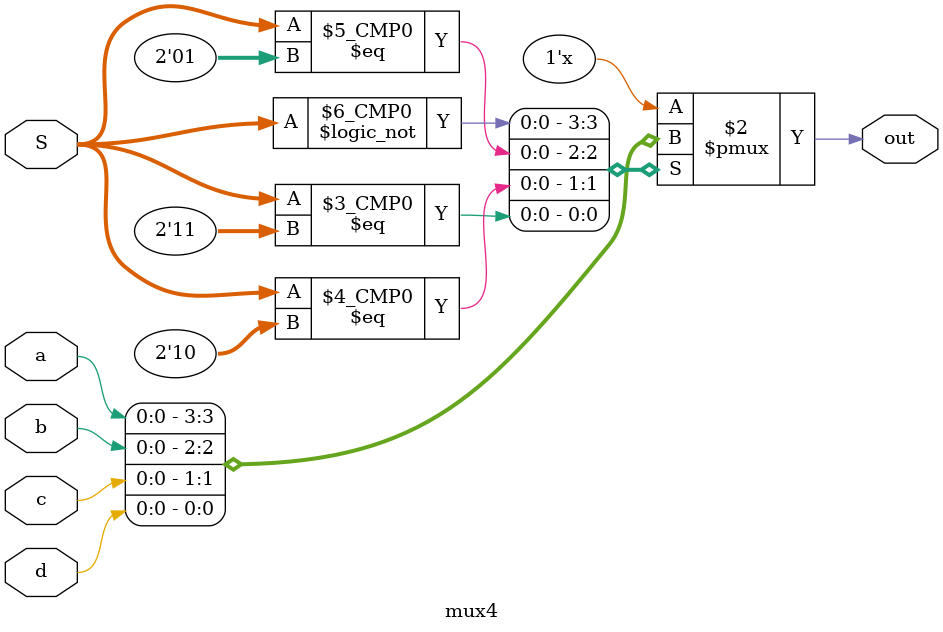
<source format=v>

module mux4(output reg out, input wire a, b, c, d, input wire [1:0] S);

    always @(*)
    begin
    case (S)
        2'b00: out = a;
        2'b01: out = b;
        2'b10: out = c;
        2'b11: out = d;
    endcase
    end

endmodule

</source>
